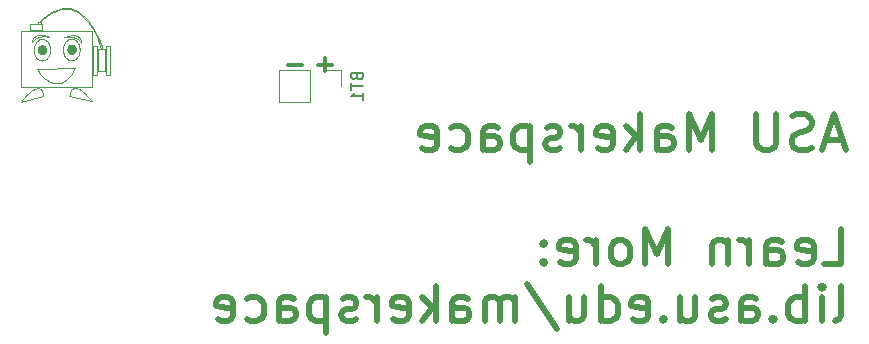
<source format=gbr>
%TF.GenerationSoftware,KiCad,Pcbnew,(6.0.7)*%
%TF.CreationDate,2022-08-03T09:20:52-07:00*%
%TF.ProjectId,PianoKeychain,5069616e-6f4b-4657-9963-6861696e2e6b,rev?*%
%TF.SameCoordinates,Original*%
%TF.FileFunction,Legend,Bot*%
%TF.FilePolarity,Positive*%
%FSLAX46Y46*%
G04 Gerber Fmt 4.6, Leading zero omitted, Abs format (unit mm)*
G04 Created by KiCad (PCBNEW (6.0.7)) date 2022-08-03 09:20:52*
%MOMM*%
%LPD*%
G01*
G04 APERTURE LIST*
%ADD10C,0.050800*%
%ADD11C,0.010000*%
%ADD12C,0.300000*%
%ADD13C,0.500000*%
%ADD14C,0.150000*%
%ADD15C,0.120000*%
G04 APERTURE END LIST*
D10*
X118658474Y-120949704D02*
X118738579Y-120971577D01*
X120110336Y-117396142D02*
X120403442Y-117396142D01*
X120875909Y-117620498D02*
X120792334Y-117372905D01*
X116731573Y-114437519D02*
X116428065Y-114606090D01*
X116406761Y-117399639D02*
X116417772Y-117441995D01*
X115748882Y-116801489D02*
X115784924Y-116802675D01*
X117537336Y-117602366D02*
X117547950Y-117511854D01*
X116013982Y-116570600D02*
X115939035Y-116566989D01*
X115044202Y-116910097D02*
X114989971Y-116960488D01*
X115639963Y-121056581D02*
X115595730Y-121022897D01*
X119972408Y-122079883D02*
X119972408Y-122079883D01*
X114776275Y-116038389D02*
X114776275Y-115561359D01*
X118409132Y-118578455D02*
X118375248Y-118588634D01*
X118111822Y-116521193D02*
X118007090Y-116546878D01*
X120403442Y-117396142D02*
X120403442Y-117396142D01*
X116449259Y-117713072D02*
X116445643Y-117806276D01*
X114816577Y-121224586D02*
X114698582Y-121322011D01*
X115373024Y-119449340D02*
X115459745Y-119573720D01*
X115397050Y-115404629D02*
X115659136Y-115404629D01*
X120403442Y-119822175D02*
X120110336Y-119822175D01*
X115775498Y-116463412D02*
X115873282Y-116481487D01*
X118770326Y-116573904D02*
X118719554Y-116548669D01*
X115939035Y-116566989D02*
X115866400Y-116567714D01*
X117893893Y-116618572D02*
X117971122Y-116610306D01*
X117072289Y-120558470D02*
X117212139Y-120536612D01*
X118602642Y-116509804D02*
X118536026Y-116497151D01*
X118710991Y-116783359D02*
X118798581Y-116838846D01*
X116082724Y-118514632D02*
X116052525Y-118534764D01*
X115957153Y-116842472D02*
X115989696Y-116856804D01*
X114776275Y-115561359D02*
X115752498Y-115561359D01*
X117648828Y-116674470D02*
X117732715Y-116650337D01*
X119159831Y-114844195D02*
X118971440Y-114692410D01*
X116167929Y-118443556D02*
X116140470Y-118468971D01*
X118269214Y-121070750D02*
X118308486Y-121031530D01*
X118234097Y-118607154D02*
X118198056Y-118605968D01*
X115091004Y-118026505D02*
X115079993Y-117984149D01*
X115684424Y-116452457D02*
X115775498Y-116463412D01*
X117653334Y-118205245D02*
X117635116Y-118168259D01*
X115744058Y-121186595D02*
X115713836Y-121139493D01*
X115277965Y-118387843D02*
X115253641Y-118357659D01*
X116428065Y-114606090D02*
X116113677Y-114822663D01*
X119967760Y-120904470D02*
X119967760Y-120904470D01*
X116140470Y-116957173D02*
X116167929Y-116982588D01*
X116175681Y-114842992D02*
X115854207Y-115093280D01*
X115062735Y-117896788D02*
X115056575Y-117851897D01*
X118308486Y-121031530D02*
X118352718Y-120997846D01*
X119337520Y-115011706D02*
X119159831Y-114844195D01*
X115659136Y-115404629D02*
X115659136Y-115556988D01*
X118814861Y-118205245D02*
X118774542Y-118275422D01*
X115300943Y-119335071D02*
X115300943Y-119335071D01*
X121063698Y-119503106D02*
X120512714Y-119503106D01*
X118934474Y-117695570D02*
X118934474Y-117695570D01*
X117672861Y-118240985D02*
X117653334Y-118205245D01*
X116244124Y-117068486D02*
X116267314Y-117100144D01*
X114926412Y-121144399D02*
X114816577Y-121224586D01*
X115445240Y-116891381D02*
X115476264Y-116873126D01*
X116329646Y-117203397D02*
X116347863Y-117240383D01*
X116198361Y-120307536D02*
X116309983Y-120375897D01*
X116021501Y-118553019D02*
X115989696Y-118569341D01*
X115122767Y-121031484D02*
X115028379Y-121080386D01*
X118774542Y-117115719D02*
X118795334Y-117150156D01*
X118270139Y-118605968D02*
X118234097Y-118607154D01*
X116112054Y-118492682D02*
X116082724Y-118514632D01*
X121199965Y-119844741D02*
X121199965Y-119844741D01*
X115855543Y-118614152D02*
X115820492Y-118619949D01*
X118098744Y-121456167D02*
X118121482Y-121362763D01*
X117870927Y-118475181D02*
X117842510Y-118451469D01*
X118920245Y-117879286D02*
X118902987Y-117966647D01*
X120464864Y-116775569D02*
X120286631Y-116394799D01*
X118940901Y-116949803D02*
X118995133Y-117000194D01*
X120403442Y-117396142D02*
X120403442Y-119822175D01*
X116267314Y-117100144D02*
X116289327Y-117133221D01*
X118300680Y-116492163D02*
X118209606Y-116503117D01*
X116441189Y-117574247D02*
X116445643Y-117619868D01*
X119171663Y-114764113D02*
X118976100Y-114609616D01*
X116802433Y-120551217D02*
X116935627Y-120562826D01*
X114292734Y-121728350D02*
X114139194Y-121905363D01*
X115577246Y-119726524D02*
X115723275Y-119895448D01*
X118934474Y-117695570D02*
X118930858Y-117788774D01*
X115056575Y-117851897D02*
X115052121Y-117806276D01*
X113976040Y-122104934D02*
X113976040Y-122104934D01*
X115748882Y-118624656D02*
X115748882Y-118624656D01*
X118927743Y-116702147D02*
X118894763Y-116666967D01*
X115491218Y-120976393D02*
X115430358Y-120965701D01*
X119131871Y-121199536D02*
X119249866Y-121296961D01*
X120403442Y-119822175D02*
X120403442Y-119822175D01*
X115677273Y-116806195D02*
X115712841Y-116802675D01*
X118934474Y-117695570D02*
X118934474Y-117695570D01*
X117866845Y-114265103D02*
X117612982Y-114265115D01*
X115752498Y-115561359D02*
X115752498Y-116038389D01*
X121063698Y-117624537D02*
X121063698Y-119503106D01*
X118234097Y-116783987D02*
X118234097Y-116783987D01*
X116052525Y-116891381D02*
X116082724Y-116911512D01*
X115103544Y-118067901D02*
X115091004Y-118026505D01*
X115607732Y-116820009D02*
X115642222Y-116811993D01*
X116448348Y-117666162D02*
X116449259Y-117713072D01*
X118077486Y-121605436D02*
X118077486Y-121605436D01*
X116426484Y-120435984D02*
X116547580Y-120486258D01*
X115989696Y-118569341D02*
X115957153Y-118583673D01*
X118322418Y-116632441D02*
X118385490Y-116647339D01*
X115752498Y-116038389D02*
X115752498Y-116038389D01*
X118625685Y-116939671D02*
X118653144Y-116965087D01*
X120512714Y-119503106D02*
X120512714Y-119503106D01*
X118567717Y-119298494D02*
X118567717Y-119298494D01*
X116089931Y-116540955D02*
X116209272Y-116583323D01*
X115385711Y-116933462D02*
X115415041Y-116911512D01*
X118653144Y-116965087D02*
X118679602Y-116992149D01*
X118920069Y-121055336D02*
X119022036Y-121119349D01*
X118562307Y-114446957D02*
X118341448Y-114358760D01*
X115890033Y-116820009D02*
X115923918Y-116830188D01*
X118506716Y-118535517D02*
X118474910Y-118551839D01*
X121063698Y-117624537D02*
X121063698Y-117624537D01*
X120700498Y-117375663D02*
X120602661Y-117109819D01*
D11*
G36*
X120689846Y-117627000D02*
G01*
X120689854Y-117627000D01*
X120689862Y-117627001D01*
X120689870Y-117627003D01*
X120689877Y-117627004D01*
X120689885Y-117627007D01*
X120689892Y-117627009D01*
X120689906Y-117627015D01*
X120689913Y-117627019D01*
X120689920Y-117627022D01*
X120689926Y-117627026D01*
X120689950Y-117627046D01*
X120689955Y-117627051D01*
X120689965Y-117627063D01*
X120689969Y-117627069D01*
X120689973Y-117627076D01*
X120689977Y-117627082D01*
X120689981Y-117627089D01*
X120689987Y-117627103D01*
X120689989Y-117627110D01*
X120689993Y-117627126D01*
X120689995Y-117627133D01*
X120689996Y-117627141D01*
X120689996Y-117627173D01*
X120689995Y-117627181D01*
X120689991Y-117627197D01*
X120689989Y-117627204D01*
X120689987Y-117627212D01*
X120689981Y-117627226D01*
X120689977Y-117627233D01*
X120689973Y-117627239D01*
X120689969Y-117627246D01*
X120689965Y-117627252D01*
X120689960Y-117627258D01*
X120689955Y-117627263D01*
X120689950Y-117627269D01*
X120689932Y-117627284D01*
X120689920Y-117627292D01*
X120689906Y-117627300D01*
X120689892Y-117627306D01*
X120689885Y-117627308D01*
X120689877Y-117627310D01*
X120689870Y-117627312D01*
X120689846Y-117627315D01*
X120689830Y-117627315D01*
X120689806Y-117627312D01*
X120689798Y-117627310D01*
X120689791Y-117627308D01*
X120689783Y-117627306D01*
X120689769Y-117627300D01*
X120689762Y-117627296D01*
X120689756Y-117627292D01*
X120689749Y-117627288D01*
X120689743Y-117627284D01*
X120689731Y-117627274D01*
X120689715Y-117627258D01*
X120689711Y-117627252D01*
X120689706Y-117627246D01*
X120689702Y-117627239D01*
X120689698Y-117627233D01*
X120689689Y-117627212D01*
X120689686Y-117627204D01*
X120689684Y-117627197D01*
X120689682Y-117627189D01*
X120689679Y-117627165D01*
X120689679Y-117627149D01*
X120689681Y-117627133D01*
X120689682Y-117627126D01*
X120689686Y-117627110D01*
X120689698Y-117627082D01*
X120689702Y-117627076D01*
X120689706Y-117627069D01*
X120689711Y-117627063D01*
X120689715Y-117627057D01*
X120689720Y-117627051D01*
X120689726Y-117627046D01*
X120689731Y-117627041D01*
X120689749Y-117627026D01*
X120689756Y-117627022D01*
X120689762Y-117627019D01*
X120689769Y-117627015D01*
X120689783Y-117627009D01*
X120689791Y-117627007D01*
X120689798Y-117627004D01*
X120689806Y-117627003D01*
X120689814Y-117627001D01*
X120689822Y-117627000D01*
X120689830Y-117627000D01*
X120689838Y-117626999D01*
X120689846Y-117627000D01*
G37*
X120689846Y-117627000D02*
X120689854Y-117627000D01*
X120689862Y-117627001D01*
X120689870Y-117627003D01*
X120689877Y-117627004D01*
X120689885Y-117627007D01*
X120689892Y-117627009D01*
X120689906Y-117627015D01*
X120689913Y-117627019D01*
X120689920Y-117627022D01*
X120689926Y-117627026D01*
X120689950Y-117627046D01*
X120689955Y-117627051D01*
X120689965Y-117627063D01*
X120689969Y-117627069D01*
X120689973Y-117627076D01*
X120689977Y-117627082D01*
X120689981Y-117627089D01*
X120689987Y-117627103D01*
X120689989Y-117627110D01*
X120689993Y-117627126D01*
X120689995Y-117627133D01*
X120689996Y-117627141D01*
X120689996Y-117627173D01*
X120689995Y-117627181D01*
X120689991Y-117627197D01*
X120689989Y-117627204D01*
X120689987Y-117627212D01*
X120689981Y-117627226D01*
X120689977Y-117627233D01*
X120689973Y-117627239D01*
X120689969Y-117627246D01*
X120689965Y-117627252D01*
X120689960Y-117627258D01*
X120689955Y-117627263D01*
X120689950Y-117627269D01*
X120689932Y-117627284D01*
X120689920Y-117627292D01*
X120689906Y-117627300D01*
X120689892Y-117627306D01*
X120689885Y-117627308D01*
X120689877Y-117627310D01*
X120689870Y-117627312D01*
X120689846Y-117627315D01*
X120689830Y-117627315D01*
X120689806Y-117627312D01*
X120689798Y-117627310D01*
X120689791Y-117627308D01*
X120689783Y-117627306D01*
X120689769Y-117627300D01*
X120689762Y-117627296D01*
X120689756Y-117627292D01*
X120689749Y-117627288D01*
X120689743Y-117627284D01*
X120689731Y-117627274D01*
X120689715Y-117627258D01*
X120689711Y-117627252D01*
X120689706Y-117627246D01*
X120689702Y-117627239D01*
X120689698Y-117627233D01*
X120689689Y-117627212D01*
X120689686Y-117627204D01*
X120689684Y-117627197D01*
X120689682Y-117627189D01*
X120689679Y-117627165D01*
X120689679Y-117627149D01*
X120689681Y-117627133D01*
X120689682Y-117627126D01*
X120689686Y-117627110D01*
X120689698Y-117627082D01*
X120689702Y-117627076D01*
X120689706Y-117627069D01*
X120689711Y-117627063D01*
X120689715Y-117627057D01*
X120689720Y-117627051D01*
X120689726Y-117627046D01*
X120689731Y-117627041D01*
X120689749Y-117627026D01*
X120689756Y-117627022D01*
X120689762Y-117627019D01*
X120689769Y-117627015D01*
X120689783Y-117627009D01*
X120689791Y-117627007D01*
X120689798Y-117627004D01*
X120689806Y-117627003D01*
X120689814Y-117627001D01*
X120689822Y-117627000D01*
X120689830Y-117627000D01*
X120689838Y-117626999D01*
X120689846Y-117627000D01*
D10*
X116194387Y-117009650D02*
X116219800Y-117038302D01*
X115459745Y-119573720D02*
X115577246Y-119726524D01*
X115849704Y-121481218D02*
X115826967Y-121387814D01*
X119806957Y-115581233D02*
X119661023Y-115382960D01*
X119023512Y-116850654D02*
X119004516Y-116813335D01*
X115002723Y-116736114D02*
X115028235Y-116698888D01*
X117647993Y-120350641D02*
X117797773Y-120243392D01*
X119079741Y-117017210D02*
X119064047Y-116956547D01*
X120602661Y-117109819D02*
X120464864Y-116775569D01*
X118518091Y-120940651D02*
X118585075Y-120939750D01*
X115048505Y-117713072D02*
X115052121Y-117619868D01*
X118127437Y-118596650D02*
X118092947Y-118588634D01*
X115303377Y-117009650D02*
X115329835Y-116982588D01*
X116364728Y-118147587D02*
X116329646Y-118222747D01*
X118162488Y-116788694D02*
X118198056Y-116785173D01*
X119088593Y-117065374D02*
X119079741Y-117017210D01*
X115052121Y-117619868D02*
X115062735Y-117529356D01*
X116935627Y-120562826D02*
X117072289Y-120558470D01*
X120120724Y-115940068D02*
X119846994Y-115519685D01*
X117797773Y-120243392D02*
X117949332Y-120110950D01*
X118121482Y-121362763D02*
X118155922Y-121261719D01*
X117635116Y-118168259D02*
X117618252Y-118130085D01*
X116052525Y-118534764D02*
X116021501Y-118553019D01*
X115321366Y-116487434D02*
X115382462Y-116470099D01*
X117576968Y-114191282D02*
X117306008Y-114232969D01*
X118256659Y-119764336D02*
X118411862Y-119547088D01*
X114945497Y-116847582D02*
X114961592Y-116810948D01*
X118234612Y-121114443D02*
X118269214Y-121070750D01*
X114905363Y-116977504D02*
X114921057Y-116916841D01*
X115415041Y-118514632D02*
X115385711Y-118492682D01*
X117500272Y-120434235D02*
X117647993Y-120350641D01*
X118971440Y-114692410D02*
X118772285Y-114559085D01*
X118341448Y-114358760D02*
X118109647Y-114297230D01*
X115476264Y-116873126D02*
X115508069Y-116856804D01*
X115642222Y-118614152D02*
X115607732Y-118606136D01*
X119093389Y-117108589D02*
X119088593Y-117065374D01*
X118085383Y-121533421D02*
X118098744Y-121456167D01*
X115133037Y-118147587D02*
X115117570Y-118108281D01*
X115028235Y-116698888D02*
X115057361Y-116662441D01*
X117541790Y-117834395D02*
X117537336Y-117788774D01*
X120792334Y-117372905D02*
X120687677Y-117097659D01*
X117788593Y-116992149D02*
X117815051Y-116965087D01*
X118920245Y-117511854D02*
X118926404Y-117556745D01*
X117715666Y-118308498D02*
X117693653Y-118275422D01*
X115415041Y-116911512D02*
X115445240Y-116891381D01*
X118046069Y-116606694D02*
X118118703Y-116607419D01*
X114980588Y-116773630D02*
X115002723Y-116736114D01*
X118729339Y-118340157D02*
X118679602Y-118398992D01*
X116394220Y-118067901D02*
X116364728Y-118147587D01*
X115788393Y-115090091D02*
X115452197Y-115411229D01*
X115230451Y-118326000D02*
X115208437Y-118292924D01*
X120286631Y-116394799D02*
X120067488Y-115989392D01*
X117775832Y-116623029D02*
X117648828Y-116674470D01*
X118930858Y-117602366D02*
X118933563Y-117648660D01*
X119249866Y-121296961D02*
X119376310Y-121412687D01*
X120512714Y-119503106D02*
X120512714Y-117624537D01*
X118077486Y-121605436D02*
X118085383Y-121533421D01*
X116547580Y-120486258D02*
X116672990Y-120525182D01*
X119093389Y-117108589D02*
X119093389Y-117108589D01*
X115659136Y-115556988D02*
X115397050Y-115556988D01*
X116194387Y-118416494D02*
X116167929Y-118443556D01*
X118457230Y-120951343D02*
X118518091Y-120940651D01*
X116021501Y-116873126D02*
X116052525Y-116891381D01*
X116417772Y-117441995D02*
X116427210Y-117485253D01*
X115607732Y-118606136D02*
X115573847Y-118595957D01*
X118849943Y-117261056D02*
X118865409Y-117300361D01*
X117306008Y-114232969D02*
X117024215Y-114314097D01*
X115826967Y-121387814D02*
X115792527Y-121286769D01*
X113990415Y-116137105D02*
X119967760Y-116137105D01*
X114436951Y-121572829D02*
X114292734Y-121728350D01*
X117533720Y-117695570D02*
X117537336Y-117602366D01*
X115728195Y-116580904D02*
X115662686Y-116592735D01*
X115863065Y-121558471D02*
X115849704Y-121481218D01*
X119661023Y-115382960D02*
X119504564Y-115192206D01*
X115430358Y-120965701D02*
X115363373Y-120964800D01*
X118902987Y-117966647D02*
X118879435Y-118050399D01*
X121493071Y-119844741D02*
X121199965Y-119844741D01*
X118162488Y-118602447D02*
X118127437Y-118596650D01*
X119967760Y-120904470D02*
X113990415Y-120904470D01*
X116380195Y-117317863D02*
X116394220Y-117358243D01*
X118653144Y-118426054D02*
X118625685Y-118451469D01*
X115659136Y-115556988D02*
X115659136Y-115556988D01*
X118204390Y-121161545D02*
X118234612Y-121114443D01*
X115253641Y-117068486D02*
X115303377Y-117009650D01*
X119376310Y-121412687D02*
X119511496Y-121547779D01*
X117602785Y-118090779D02*
X117588760Y-118050399D01*
X118865409Y-117300361D02*
X118879435Y-117340741D01*
X115382462Y-116470099D02*
X115449078Y-116457446D01*
X115508069Y-118569341D02*
X115476264Y-118553019D01*
X115595730Y-121022897D02*
X115546245Y-120995813D01*
X115329835Y-116982588D02*
X115357295Y-116957173D01*
X117971122Y-116610306D02*
X118046069Y-116606694D01*
X115303377Y-118416494D02*
X115277965Y-118387843D01*
X116336276Y-116634765D02*
X116336276Y-116634765D01*
X118234097Y-118607154D02*
X118234097Y-118607154D01*
X118411862Y-119547088D02*
X118567717Y-119298494D01*
X115957153Y-118583673D02*
X115923918Y-118595957D01*
X117837110Y-114186182D02*
X117576968Y-114191282D01*
X117618252Y-117261056D02*
X117653334Y-117185896D01*
X120778197Y-117614600D02*
X120700498Y-117375663D01*
X116082724Y-116911512D02*
X116112054Y-116933462D01*
X119967760Y-116137105D02*
X119967760Y-120904470D01*
X118729339Y-117050984D02*
X118752529Y-117082642D01*
X116091898Y-120232439D02*
X116198361Y-120307536D01*
X119530682Y-115120090D02*
X119356519Y-114935223D01*
X118474910Y-116839302D02*
X118506716Y-116855624D01*
X116309983Y-120375897D02*
X116426484Y-120435984D01*
X113990415Y-120904470D02*
X113990415Y-116137105D01*
X117071838Y-114372495D02*
X116784437Y-114485335D01*
X118209606Y-116503117D02*
X118111822Y-116521193D01*
X117612982Y-114265115D02*
X117348000Y-114300000D01*
X116417772Y-117984149D02*
X116394220Y-118067901D01*
X118894763Y-116666967D02*
X118857693Y-116633541D01*
X115539011Y-116625281D02*
X115480907Y-116645361D01*
X116113677Y-114822663D02*
X115788393Y-115090091D01*
X118506716Y-116855624D02*
X118537740Y-116873879D01*
X118198056Y-118605968D02*
X118162488Y-118602447D01*
X115208437Y-117133221D02*
X115253641Y-117068486D01*
X118816293Y-116602357D02*
X118770326Y-116573904D01*
X118375248Y-116802507D02*
X118409132Y-116812686D01*
X115796110Y-116572458D02*
X115728195Y-116580904D01*
X115480907Y-116645361D02*
X115372323Y-116691547D01*
X118825681Y-121006434D02*
X118920069Y-121055336D01*
X119511496Y-121547779D02*
X119655714Y-121703299D01*
X116112054Y-116933462D02*
X116140470Y-116957173D01*
X116394220Y-117358243D02*
X116406761Y-117399639D01*
X116449259Y-117713072D02*
X116449259Y-117713072D01*
X118537740Y-118517262D02*
X118506716Y-118535517D01*
X118463652Y-116489668D02*
X118385283Y-116487843D01*
X117537336Y-117788774D02*
X117534632Y-117742480D01*
X117576219Y-118009003D02*
X117565208Y-117966647D01*
X114776275Y-116038389D02*
X114776275Y-116038389D01*
X115397050Y-115556988D02*
X115397050Y-115556988D01*
X120687677Y-117097659D02*
X120540940Y-116751884D01*
X118025827Y-118566171D02*
X117993284Y-118551839D01*
X118738579Y-120971577D02*
X118825681Y-121006434D01*
X118567717Y-119298494D02*
X115300943Y-119335071D01*
X118912425Y-117467751D02*
X118920245Y-117511854D01*
X117895173Y-116580661D02*
X117775832Y-116623029D01*
X115357295Y-116957173D02*
X115385711Y-116933462D01*
X116329646Y-118222747D02*
X116289327Y-118292924D01*
X116091210Y-116578867D02*
X116013982Y-116570600D01*
X117547950Y-117511854D02*
X117565208Y-117424493D01*
X117588760Y-117340741D02*
X117618252Y-117261056D01*
X116445643Y-117619868D02*
X116448348Y-117666162D01*
X115028379Y-121080386D02*
X114926412Y-121144399D01*
X119972408Y-122079883D02*
X118077486Y-121605436D01*
X119022036Y-121119349D02*
X119131871Y-121199536D01*
X115599821Y-116448137D02*
X115684424Y-116452457D01*
X118402203Y-120970763D02*
X118457230Y-120951343D01*
X118772285Y-114559085D02*
X118562307Y-114446957D01*
X113990415Y-120904470D02*
X113990415Y-120904470D01*
X115168119Y-117203397D02*
X115208437Y-117133221D01*
X117648828Y-116674470D02*
X117648828Y-116674470D01*
X115784924Y-116802675D02*
X115820492Y-116806195D01*
X119809254Y-121880313D02*
X119972408Y-122079883D01*
X116140470Y-118468971D02*
X116112054Y-118492682D01*
X119356519Y-114935223D02*
X119171663Y-114764113D01*
X118769812Y-114474584D02*
X118552785Y-114361871D01*
X118188994Y-116612164D02*
X118256909Y-116620610D01*
X115752498Y-115561359D02*
X115752498Y-115561359D01*
X118305707Y-118602447D02*
X118270139Y-118605968D01*
X116347863Y-117240383D02*
X116364728Y-117278558D01*
X119972408Y-122079883D02*
X119972408Y-122079883D01*
X118059062Y-118578455D02*
X118025827Y-118566171D01*
X118891976Y-117382137D02*
X118902987Y-117424493D01*
X116784437Y-114485335D02*
X116485738Y-114641255D01*
X118567938Y-118497130D02*
X118537740Y-118517262D01*
X114989971Y-116960488D02*
X114916611Y-117038399D01*
X115289974Y-120974754D02*
X115209869Y-120996628D01*
X114891715Y-117068883D02*
X114896511Y-117025668D01*
X115854207Y-115093280D02*
X115521256Y-115394855D01*
X117693653Y-117115719D02*
X117738856Y-117050984D01*
X115677273Y-118619949D02*
X115642222Y-118614152D01*
X118567717Y-119298494D02*
X118567717Y-119298494D01*
X114698582Y-121322011D02*
X114572137Y-121437737D01*
X115748882Y-118624656D02*
X115712841Y-118623470D01*
X115573847Y-118595957D02*
X115540612Y-118583673D01*
X117814414Y-116631810D02*
X117893893Y-116618572D01*
X118092947Y-116802507D02*
X118127437Y-116794491D01*
X117653334Y-117185896D02*
X117693653Y-117115719D01*
X115890033Y-118606136D02*
X115855543Y-118614152D01*
X121493071Y-117418708D02*
X121493071Y-117418708D01*
X116244124Y-118357659D02*
X116194387Y-118416494D01*
X118305707Y-116788694D02*
X118340758Y-116794491D01*
X118155922Y-121261719D02*
X118178257Y-121210991D01*
X115662686Y-116592735D02*
X115599614Y-116607633D01*
X115329835Y-118443556D02*
X115303377Y-118416494D01*
X115508069Y-116856804D02*
X115540612Y-116842472D01*
X119846994Y-115519685D02*
X119694169Y-115315862D01*
X115923918Y-118595957D02*
X115890033Y-118606136D01*
X115397050Y-115556988D02*
X115397050Y-115404629D01*
X118567938Y-116894010D02*
X118597268Y-116915960D01*
X115820492Y-118619949D02*
X115784924Y-118623470D01*
X115792527Y-121286769D02*
X115770191Y-121236042D01*
X118256909Y-116620610D02*
X118322418Y-116632441D01*
X118086449Y-114214816D02*
X117837110Y-114186182D01*
X121493071Y-117418708D02*
X121493071Y-119844741D01*
X115052121Y-117806276D02*
X115049417Y-117759982D01*
X115274112Y-116743654D02*
X115186522Y-116799141D01*
X116289327Y-118292924D02*
X116244124Y-118357659D01*
X115712841Y-116802675D02*
X115748882Y-116801489D01*
X115253641Y-118357659D02*
X115230451Y-118326000D01*
X118442368Y-118566171D02*
X118409132Y-118578455D01*
X121199965Y-119844741D02*
X121199965Y-117418708D01*
X115820492Y-116806195D02*
X115855543Y-116811993D01*
X121063698Y-119503106D02*
X121063698Y-119503106D01*
X116336276Y-116634765D02*
X116252389Y-116610631D01*
X118857693Y-116633541D02*
X118816293Y-116602357D01*
X117565208Y-117966647D02*
X117555770Y-117923389D01*
X118612780Y-116731253D02*
X118710991Y-116783359D01*
X118774542Y-118275422D02*
X118729339Y-118340157D01*
X113976040Y-122104934D02*
X115870963Y-121630486D01*
X115057361Y-116662441D02*
X115090341Y-116627261D01*
X117738856Y-118340157D02*
X117715666Y-118308498D01*
X115752498Y-116038389D02*
X114776275Y-116038389D01*
X117534632Y-117742480D02*
X117533720Y-117695570D01*
X116445643Y-117806276D02*
X116435030Y-117896788D01*
X118625685Y-118451469D02*
X118597268Y-118475181D01*
X120351998Y-116358411D02*
X120120724Y-115940068D01*
X115214778Y-116534198D02*
X115265550Y-116508963D01*
X118705015Y-117020800D02*
X118729339Y-117050984D01*
X120512714Y-117624537D02*
X121063698Y-117624537D01*
X114139194Y-121905363D02*
X113976040Y-122104934D01*
X116364728Y-117278558D02*
X116380195Y-117317863D01*
X115186522Y-116799141D02*
X115109802Y-116855468D01*
X117900256Y-118497130D02*
X117870927Y-118475181D01*
X117024215Y-114314097D02*
X116731573Y-114437519D01*
X117961479Y-116855624D02*
X117993284Y-116839302D01*
X115540612Y-118583673D02*
X115508069Y-118569341D01*
X114921057Y-116916841D02*
X114945497Y-116847582D01*
X118340758Y-118596650D02*
X118305707Y-118602447D01*
X118902987Y-117424493D02*
X118912425Y-117467751D01*
X118679602Y-118398992D02*
X118653144Y-118426054D01*
X117618252Y-118130085D02*
X117602785Y-118090779D01*
X115357295Y-118468971D02*
X115329835Y-118443556D01*
X118814861Y-117185896D02*
X118833078Y-117222881D01*
X115385711Y-118492682D02*
X115357295Y-118468971D01*
X118933563Y-117648660D02*
X118934474Y-117695570D01*
X118102388Y-119951778D02*
X118256659Y-119764336D01*
X115049417Y-117759982D02*
X115048505Y-117713072D01*
X115363373Y-120964800D02*
X115289974Y-120974754D01*
X118585075Y-120939750D02*
X118658474Y-120949704D01*
X118798581Y-116838846D02*
X118875301Y-116895174D01*
X117533720Y-117695570D02*
X117533720Y-117695570D01*
X116219800Y-117038302D02*
X116244124Y-117068486D01*
X118663739Y-116527139D02*
X118602642Y-116509804D01*
X117555770Y-117923389D02*
X117547950Y-117879286D01*
X116167929Y-116982588D02*
X116194387Y-117009650D01*
X113976040Y-122104934D02*
X113976040Y-122104934D01*
X115070555Y-117940891D02*
X115062735Y-117896788D01*
X115079993Y-117984149D02*
X115070555Y-117940891D01*
X115659136Y-115404629D02*
X115659136Y-115404629D01*
X117732715Y-116650337D02*
X117814414Y-116631810D01*
X117815051Y-118426054D02*
X117788593Y-118398992D01*
X115372323Y-116691547D02*
X115274112Y-116743654D01*
X118956869Y-116738594D02*
X118927743Y-116702147D01*
X116449259Y-117713072D02*
X116449259Y-117713072D01*
X121199965Y-117418708D02*
X121493071Y-117418708D01*
X118059062Y-116812686D02*
X118092947Y-116802507D01*
X115712841Y-118623470D02*
X115677273Y-118619949D01*
X120110336Y-119822175D02*
X120110336Y-117396142D01*
X118178257Y-121210991D02*
X118204390Y-121161545D01*
X115168119Y-118222747D02*
X115149901Y-118185761D01*
X115679234Y-121095801D02*
X115639963Y-121056581D01*
X115109802Y-116855468D02*
X115044202Y-116910097D01*
X115445240Y-118534764D02*
X115415041Y-118514632D01*
X116435030Y-117529356D02*
X116441189Y-117574247D01*
X115978014Y-116507172D02*
X116089931Y-116540955D01*
X116209272Y-116583323D02*
X116336276Y-116634765D01*
X119004516Y-116813335D02*
X118982381Y-116775819D01*
X115642222Y-116811993D02*
X115677273Y-116806195D01*
X116435030Y-117896788D02*
X116417772Y-117984149D01*
X118109647Y-114297230D02*
X117866845Y-114265103D01*
X115723275Y-119895448D02*
X115895577Y-120068188D01*
X118795334Y-117150156D02*
X118814861Y-117185896D01*
X120110336Y-119822175D02*
X120110336Y-119822175D01*
X118118703Y-116607419D02*
X118188994Y-116612164D01*
X118270139Y-116785173D02*
X118305707Y-116788694D01*
X115062735Y-117529356D02*
X115079993Y-117441995D01*
X117993284Y-118551839D02*
X117961479Y-118535517D01*
X118442368Y-116824970D02*
X118474910Y-116839302D01*
X118385490Y-116647339D02*
X118446093Y-116664986D01*
X117993284Y-116839302D02*
X118025827Y-116824970D01*
X121493071Y-119844741D02*
X121493071Y-119844741D01*
X115989696Y-116856804D02*
X116021501Y-116873126D01*
X118976100Y-114609616D02*
X118769812Y-114474584D01*
X118552785Y-114361871D02*
X118325003Y-114274330D01*
X115103544Y-117358243D02*
X115133037Y-117278558D01*
X119068493Y-117078104D02*
X119093389Y-117108589D01*
X118719554Y-116548669D02*
X118663739Y-116527139D01*
X114891715Y-117068883D02*
X114891715Y-117068883D01*
X118375248Y-118588634D02*
X118340758Y-118596650D01*
X115208437Y-118292924D02*
X115187645Y-118258487D01*
X114916611Y-117038399D02*
X114891715Y-117068883D01*
X117949332Y-120110950D02*
X118102388Y-119951778D01*
X116427210Y-117485253D02*
X116435030Y-117529356D01*
X115990876Y-120152143D02*
X116091898Y-120232439D01*
X117842510Y-118451469D02*
X117815051Y-118426054D01*
X118879435Y-118050399D02*
X118849943Y-118130085D01*
X117930455Y-118517262D02*
X117900256Y-118497130D01*
X118833078Y-117222881D02*
X118849943Y-117261056D01*
D11*
G36*
X115449623Y-117512197D02*
G01*
X115458736Y-117496884D01*
X115468503Y-117482086D01*
X115478904Y-117467827D01*
X115489915Y-117454132D01*
X115501515Y-117441024D01*
X115513682Y-117428527D01*
X115526393Y-117416664D01*
X115539628Y-117405459D01*
X115553363Y-117394936D01*
X115567577Y-117385118D01*
X115582248Y-117376030D01*
X115597354Y-117367695D01*
X115612872Y-117360136D01*
X115628781Y-117353378D01*
X115645059Y-117347444D01*
X115661684Y-117342358D01*
X115678633Y-117338144D01*
X115695885Y-117334824D01*
X115713418Y-117332424D01*
X115731209Y-117330966D01*
X115749237Y-117330475D01*
X115767265Y-117330966D01*
X115785057Y-117332424D01*
X115802589Y-117334824D01*
X115819841Y-117338144D01*
X115836791Y-117342358D01*
X115853415Y-117347444D01*
X115869693Y-117353378D01*
X115885602Y-117360136D01*
X115901121Y-117367695D01*
X115916226Y-117376030D01*
X115930897Y-117385118D01*
X115945111Y-117394936D01*
X115958847Y-117405459D01*
X115972081Y-117416664D01*
X115984793Y-117428527D01*
X115996960Y-117441024D01*
X116008560Y-117454132D01*
X116019571Y-117467827D01*
X116029971Y-117482086D01*
X116039738Y-117496884D01*
X116048851Y-117512197D01*
X116057286Y-117528003D01*
X116065023Y-117544278D01*
X116072039Y-117560997D01*
X116078312Y-117578137D01*
X116083819Y-117595674D01*
X116088540Y-117613585D01*
X116092452Y-117631846D01*
X116095533Y-117650432D01*
X116097761Y-117669321D01*
X116099114Y-117688489D01*
X116099570Y-117707912D01*
X116099114Y-117727335D01*
X116097761Y-117746503D01*
X116095533Y-117765392D01*
X116092452Y-117783979D01*
X116088540Y-117802240D01*
X116083819Y-117820150D01*
X116078312Y-117837688D01*
X116072039Y-117854828D01*
X116065023Y-117871547D01*
X116057286Y-117887821D01*
X116048851Y-117903627D01*
X116039738Y-117918941D01*
X116029971Y-117933739D01*
X116019571Y-117947997D01*
X116008560Y-117961692D01*
X115996960Y-117974800D01*
X115984793Y-117987298D01*
X115972081Y-117999161D01*
X115958847Y-118010366D01*
X115945111Y-118020889D01*
X115930897Y-118030706D01*
X115916226Y-118039794D01*
X115901121Y-118048130D01*
X115885602Y-118055688D01*
X115869693Y-118062446D01*
X115853415Y-118068380D01*
X115836791Y-118073466D01*
X115819841Y-118077681D01*
X115802589Y-118081000D01*
X115785057Y-118083400D01*
X115767265Y-118084858D01*
X115749237Y-118085349D01*
X115731209Y-118084858D01*
X115713418Y-118083400D01*
X115695885Y-118081000D01*
X115678633Y-118077681D01*
X115661684Y-118073466D01*
X115645059Y-118068380D01*
X115628781Y-118062446D01*
X115612872Y-118055688D01*
X115597354Y-118048130D01*
X115582248Y-118039794D01*
X115567577Y-118030706D01*
X115553363Y-118020889D01*
X115539628Y-118010366D01*
X115526393Y-117999161D01*
X115513682Y-117987298D01*
X115501515Y-117974800D01*
X115489915Y-117961692D01*
X115478904Y-117947997D01*
X115468503Y-117933739D01*
X115458736Y-117918941D01*
X115449623Y-117903627D01*
X115441188Y-117887821D01*
X115433451Y-117871547D01*
X115426435Y-117854828D01*
X115420163Y-117837688D01*
X115414655Y-117820150D01*
X115409934Y-117802240D01*
X115406022Y-117783979D01*
X115402941Y-117765392D01*
X115400713Y-117746503D01*
X115399360Y-117727335D01*
X115398904Y-117707912D01*
X115399360Y-117688489D01*
X115400713Y-117669321D01*
X115402941Y-117650432D01*
X115406022Y-117631846D01*
X115409934Y-117613585D01*
X115414655Y-117595674D01*
X115420163Y-117578137D01*
X115426435Y-117560997D01*
X115433451Y-117544278D01*
X115437088Y-117536628D01*
X115884304Y-117536628D01*
X115884408Y-117541007D01*
X115884717Y-117545329D01*
X115885226Y-117549589D01*
X115885929Y-117553780D01*
X115886822Y-117557897D01*
X115887900Y-117561936D01*
X115889157Y-117565890D01*
X115890589Y-117569755D01*
X115892191Y-117573525D01*
X115893957Y-117577195D01*
X115895883Y-117580759D01*
X115897964Y-117584212D01*
X115900193Y-117587548D01*
X115902568Y-117590763D01*
X115905082Y-117593852D01*
X115907730Y-117596807D01*
X115910508Y-117599625D01*
X115913410Y-117602300D01*
X115916431Y-117604827D01*
X115919567Y-117607200D01*
X115922812Y-117609413D01*
X115926161Y-117611462D01*
X115929610Y-117613342D01*
X115933153Y-117615046D01*
X115936785Y-117616570D01*
X115940501Y-117617908D01*
X115944297Y-117619055D01*
X115948166Y-117620005D01*
X115952105Y-117620754D01*
X115956108Y-117621295D01*
X115960170Y-117621624D01*
X115964285Y-117621734D01*
X115968401Y-117621624D01*
X115972463Y-117621295D01*
X115976466Y-117620754D01*
X115980404Y-117620005D01*
X115984274Y-117619055D01*
X115988069Y-117617908D01*
X115991786Y-117616570D01*
X115995418Y-117615046D01*
X115998961Y-117613342D01*
X116002409Y-117611462D01*
X116005759Y-117609413D01*
X116009004Y-117607200D01*
X116012140Y-117604827D01*
X116015161Y-117602300D01*
X116018063Y-117599625D01*
X116020841Y-117596807D01*
X116023489Y-117593852D01*
X116026003Y-117590763D01*
X116028377Y-117587548D01*
X116030607Y-117584212D01*
X116032687Y-117580759D01*
X116034613Y-117577195D01*
X116036380Y-117573525D01*
X116037981Y-117569755D01*
X116039413Y-117565890D01*
X116040671Y-117561936D01*
X116041749Y-117557897D01*
X116042642Y-117553780D01*
X116043345Y-117549589D01*
X116043854Y-117545329D01*
X116044163Y-117541007D01*
X116044267Y-117536628D01*
X116044163Y-117532248D01*
X116043854Y-117527926D01*
X116043345Y-117523667D01*
X116042642Y-117519476D01*
X116041749Y-117515358D01*
X116040671Y-117511320D01*
X116039413Y-117507365D01*
X116037981Y-117503500D01*
X116036380Y-117499730D01*
X116034613Y-117496061D01*
X116032687Y-117492497D01*
X116030607Y-117489044D01*
X116028377Y-117485707D01*
X116026003Y-117482492D01*
X116023489Y-117479404D01*
X116020841Y-117476448D01*
X116018063Y-117473630D01*
X116015161Y-117470955D01*
X116012140Y-117468429D01*
X116009004Y-117466056D01*
X116005759Y-117463842D01*
X116002409Y-117461793D01*
X115998961Y-117459913D01*
X115995418Y-117458209D01*
X115991786Y-117456685D01*
X115988069Y-117455347D01*
X115984274Y-117454200D01*
X115980404Y-117453250D01*
X115976466Y-117452502D01*
X115972463Y-117451960D01*
X115968401Y-117451632D01*
X115964285Y-117451521D01*
X115960170Y-117451632D01*
X115956108Y-117451960D01*
X115952105Y-117452502D01*
X115948166Y-117453250D01*
X115944297Y-117454200D01*
X115940501Y-117455347D01*
X115936785Y-117456685D01*
X115933153Y-117458209D01*
X115929610Y-117459913D01*
X115926161Y-117461793D01*
X115922812Y-117463842D01*
X115919567Y-117466056D01*
X115916431Y-117468429D01*
X115913410Y-117470955D01*
X115910508Y-117473630D01*
X115907730Y-117476448D01*
X115905082Y-117479404D01*
X115902568Y-117482492D01*
X115900193Y-117485707D01*
X115897964Y-117489044D01*
X115895883Y-117492497D01*
X115893957Y-117496061D01*
X115892191Y-117499730D01*
X115890589Y-117503500D01*
X115889157Y-117507365D01*
X115887900Y-117511320D01*
X115886822Y-117515358D01*
X115885929Y-117519476D01*
X115885226Y-117523667D01*
X115884717Y-117527926D01*
X115884408Y-117532248D01*
X115884304Y-117536628D01*
X115437088Y-117536628D01*
X115441188Y-117528003D01*
X115449623Y-117512197D01*
G37*
X115449623Y-117512197D02*
X115458736Y-117496884D01*
X115468503Y-117482086D01*
X115478904Y-117467827D01*
X115489915Y-117454132D01*
X115501515Y-117441024D01*
X115513682Y-117428527D01*
X115526393Y-117416664D01*
X115539628Y-117405459D01*
X115553363Y-117394936D01*
X115567577Y-117385118D01*
X115582248Y-117376030D01*
X115597354Y-117367695D01*
X115612872Y-117360136D01*
X115628781Y-117353378D01*
X115645059Y-117347444D01*
X115661684Y-117342358D01*
X115678633Y-117338144D01*
X115695885Y-117334824D01*
X115713418Y-117332424D01*
X115731209Y-117330966D01*
X115749237Y-117330475D01*
X115767265Y-117330966D01*
X115785057Y-117332424D01*
X115802589Y-117334824D01*
X115819841Y-117338144D01*
X115836791Y-117342358D01*
X115853415Y-117347444D01*
X115869693Y-117353378D01*
X115885602Y-117360136D01*
X115901121Y-117367695D01*
X115916226Y-117376030D01*
X115930897Y-117385118D01*
X115945111Y-117394936D01*
X115958847Y-117405459D01*
X115972081Y-117416664D01*
X115984793Y-117428527D01*
X115996960Y-117441024D01*
X116008560Y-117454132D01*
X116019571Y-117467827D01*
X116029971Y-117482086D01*
X116039738Y-117496884D01*
X116048851Y-117512197D01*
X116057286Y-117528003D01*
X116065023Y-117544278D01*
X116072039Y-117560997D01*
X116078312Y-117578137D01*
X116083819Y-117595674D01*
X116088540Y-117613585D01*
X116092452Y-117631846D01*
X116095533Y-117650432D01*
X116097761Y-117669321D01*
X116099114Y-117688489D01*
X116099570Y-117707912D01*
X116099114Y-117727335D01*
X116097761Y-117746503D01*
X116095533Y-117765392D01*
X116092452Y-117783979D01*
X116088540Y-117802240D01*
X116083819Y-117820150D01*
X116078312Y-117837688D01*
X116072039Y-117854828D01*
X116065023Y-117871547D01*
X116057286Y-117887821D01*
X116048851Y-117903627D01*
X116039738Y-117918941D01*
X116029971Y-117933739D01*
X116019571Y-117947997D01*
X116008560Y-117961692D01*
X115996960Y-117974800D01*
X115984793Y-117987298D01*
X115972081Y-117999161D01*
X115958847Y-118010366D01*
X115945111Y-118020889D01*
X115930897Y-118030706D01*
X115916226Y-118039794D01*
X115901121Y-118048130D01*
X115885602Y-118055688D01*
X115869693Y-118062446D01*
X115853415Y-118068380D01*
X115836791Y-118073466D01*
X115819841Y-118077681D01*
X115802589Y-118081000D01*
X115785057Y-118083400D01*
X115767265Y-118084858D01*
X115749237Y-118085349D01*
X115731209Y-118084858D01*
X115713418Y-118083400D01*
X115695885Y-118081000D01*
X115678633Y-118077681D01*
X115661684Y-118073466D01*
X115645059Y-118068380D01*
X115628781Y-118062446D01*
X115612872Y-118055688D01*
X115597354Y-118048130D01*
X115582248Y-118039794D01*
X115567577Y-118030706D01*
X115553363Y-118020889D01*
X115539628Y-118010366D01*
X115526393Y-117999161D01*
X115513682Y-117987298D01*
X115501515Y-117974800D01*
X115489915Y-117961692D01*
X115478904Y-117947997D01*
X115468503Y-117933739D01*
X115458736Y-117918941D01*
X115449623Y-117903627D01*
X115441188Y-117887821D01*
X115433451Y-117871547D01*
X115426435Y-117854828D01*
X115420163Y-117837688D01*
X115414655Y-117820150D01*
X115409934Y-117802240D01*
X115406022Y-117783979D01*
X115402941Y-117765392D01*
X115400713Y-117746503D01*
X115399360Y-117727335D01*
X115398904Y-117707912D01*
X115399360Y-117688489D01*
X115400713Y-117669321D01*
X115402941Y-117650432D01*
X115406022Y-117631846D01*
X115409934Y-117613585D01*
X115414655Y-117595674D01*
X115420163Y-117578137D01*
X115426435Y-117560997D01*
X115433451Y-117544278D01*
X115437088Y-117536628D01*
X115884304Y-117536628D01*
X115884408Y-117541007D01*
X115884717Y-117545329D01*
X115885226Y-117549589D01*
X115885929Y-117553780D01*
X115886822Y-117557897D01*
X115887900Y-117561936D01*
X115889157Y-117565890D01*
X115890589Y-117569755D01*
X115892191Y-117573525D01*
X115893957Y-117577195D01*
X115895883Y-117580759D01*
X115897964Y-117584212D01*
X115900193Y-117587548D01*
X115902568Y-117590763D01*
X115905082Y-117593852D01*
X115907730Y-117596807D01*
X115910508Y-117599625D01*
X115913410Y-117602300D01*
X115916431Y-117604827D01*
X115919567Y-117607200D01*
X115922812Y-117609413D01*
X115926161Y-117611462D01*
X115929610Y-117613342D01*
X115933153Y-117615046D01*
X115936785Y-117616570D01*
X115940501Y-117617908D01*
X115944297Y-117619055D01*
X115948166Y-117620005D01*
X115952105Y-117620754D01*
X115956108Y-117621295D01*
X115960170Y-117621624D01*
X115964285Y-117621734D01*
X115968401Y-117621624D01*
X115972463Y-117621295D01*
X115976466Y-117620754D01*
X115980404Y-117620005D01*
X115984274Y-117619055D01*
X115988069Y-117617908D01*
X115991786Y-117616570D01*
X115995418Y-117615046D01*
X115998961Y-117613342D01*
X116002409Y-117611462D01*
X116005759Y-117609413D01*
X116009004Y-117607200D01*
X116012140Y-117604827D01*
X116015161Y-117602300D01*
X116018063Y-117599625D01*
X116020841Y-117596807D01*
X116023489Y-117593852D01*
X116026003Y-117590763D01*
X116028377Y-117587548D01*
X116030607Y-117584212D01*
X116032687Y-117580759D01*
X116034613Y-117577195D01*
X116036380Y-117573525D01*
X116037981Y-117569755D01*
X116039413Y-117565890D01*
X116040671Y-117561936D01*
X116041749Y-117557897D01*
X116042642Y-117553780D01*
X116043345Y-117549589D01*
X116043854Y-117545329D01*
X116044163Y-117541007D01*
X116044267Y-117536628D01*
X116044163Y-117532248D01*
X116043854Y-117527926D01*
X116043345Y-117523667D01*
X116042642Y-117519476D01*
X116041749Y-117515358D01*
X116040671Y-117511320D01*
X116039413Y-117507365D01*
X116037981Y-117503500D01*
X116036380Y-117499730D01*
X116034613Y-117496061D01*
X116032687Y-117492497D01*
X116030607Y-117489044D01*
X116028377Y-117485707D01*
X116026003Y-117482492D01*
X116023489Y-117479404D01*
X116020841Y-117476448D01*
X116018063Y-117473630D01*
X116015161Y-117470955D01*
X116012140Y-117468429D01*
X116009004Y-117466056D01*
X116005759Y-117463842D01*
X116002409Y-117461793D01*
X115998961Y-117459913D01*
X115995418Y-117458209D01*
X115991786Y-117456685D01*
X115988069Y-117455347D01*
X115984274Y-117454200D01*
X115980404Y-117453250D01*
X115976466Y-117452502D01*
X115972463Y-117451960D01*
X115968401Y-117451632D01*
X115964285Y-117451521D01*
X115960170Y-117451632D01*
X115956108Y-117451960D01*
X115952105Y-117452502D01*
X115948166Y-117453250D01*
X115944297Y-117454200D01*
X115940501Y-117455347D01*
X115936785Y-117456685D01*
X115933153Y-117458209D01*
X115929610Y-117459913D01*
X115926161Y-117461793D01*
X115922812Y-117463842D01*
X115919567Y-117466056D01*
X115916431Y-117468429D01*
X115913410Y-117470955D01*
X115910508Y-117473630D01*
X115907730Y-117476448D01*
X115905082Y-117479404D01*
X115902568Y-117482492D01*
X115900193Y-117485707D01*
X115897964Y-117489044D01*
X115895883Y-117492497D01*
X115893957Y-117496061D01*
X115892191Y-117499730D01*
X115890589Y-117503500D01*
X115889157Y-117507365D01*
X115887900Y-117511320D01*
X115886822Y-117515358D01*
X115885929Y-117519476D01*
X115885226Y-117523667D01*
X115884717Y-117527926D01*
X115884408Y-117532248D01*
X115884304Y-117536628D01*
X115437088Y-117536628D01*
X115441188Y-117528003D01*
X115449623Y-117512197D01*
D10*
X117788593Y-118398992D02*
X117763180Y-118370341D01*
X117961479Y-118535517D02*
X117930455Y-118517262D01*
X115784924Y-118623470D02*
X115748882Y-118624656D01*
X117815051Y-116965087D02*
X117842510Y-116939671D01*
X115599614Y-116607633D02*
X115539011Y-116625281D01*
X115449078Y-116457446D02*
X115521452Y-116449962D01*
X115855543Y-116811993D02*
X115890033Y-116820009D01*
X115573847Y-116830188D02*
X115607732Y-116820009D01*
X115187645Y-118258487D02*
X115168119Y-118222747D01*
X115149901Y-118185761D02*
X115133037Y-118147587D01*
X115770191Y-121236042D02*
X115744058Y-121186595D01*
X117930455Y-116873879D02*
X117961479Y-116855624D01*
X118536026Y-116497151D02*
X118463652Y-116489668D01*
X118007090Y-116546878D02*
X117895173Y-116580661D01*
X117738856Y-117050984D02*
X117788593Y-116992149D01*
X119967760Y-116137105D02*
X119967760Y-116137105D01*
X116252389Y-116610631D02*
X116170690Y-116592104D01*
X118597268Y-118475181D02*
X118567938Y-118497130D01*
X118234097Y-116783987D02*
X118270139Y-116785173D01*
X117870927Y-116915960D02*
X117900256Y-116894010D01*
X118875301Y-116895174D02*
X118940901Y-116949803D01*
X115540612Y-116842472D02*
X115573847Y-116830188D01*
X115546245Y-120995813D02*
X115491218Y-120976393D01*
X119039607Y-116887287D02*
X119023512Y-116850654D01*
X118409132Y-116812686D02*
X118442368Y-116824970D01*
X115117570Y-118108281D02*
X115103544Y-118067901D01*
X119655714Y-121703299D02*
X119809254Y-121880313D01*
X115476264Y-118553019D02*
X115445240Y-118534764D01*
X118679602Y-116992149D02*
X118705015Y-117020800D01*
X115168811Y-116562652D02*
X115214778Y-116534198D01*
X117693653Y-118275422D02*
X117672861Y-118240985D01*
X118352718Y-120997846D02*
X118402203Y-120970763D01*
X115300943Y-119335071D02*
X115373024Y-119449340D01*
X115090341Y-116627261D02*
X115127411Y-116593835D01*
X120067488Y-115989392D02*
X119806957Y-115581233D01*
X115895577Y-120068188D02*
X115990876Y-120152143D01*
D11*
G36*
X117960614Y-117480883D02*
G01*
X117969726Y-117465570D01*
X117979493Y-117450772D01*
X117989894Y-117436513D01*
X118000905Y-117422818D01*
X118012505Y-117409710D01*
X118024672Y-117397213D01*
X118037383Y-117385350D01*
X118050618Y-117374145D01*
X118064353Y-117363622D01*
X118078567Y-117353804D01*
X118093238Y-117344716D01*
X118108344Y-117336381D01*
X118123862Y-117328822D01*
X118139771Y-117322064D01*
X118156049Y-117316130D01*
X118172674Y-117311044D01*
X118189623Y-117306829D01*
X118206875Y-117303510D01*
X118224408Y-117301110D01*
X118242199Y-117299652D01*
X118260227Y-117299161D01*
X118278255Y-117299652D01*
X118296047Y-117301110D01*
X118313579Y-117303510D01*
X118330831Y-117306829D01*
X118347781Y-117311044D01*
X118364405Y-117316130D01*
X118380683Y-117322064D01*
X118396592Y-117328822D01*
X118412111Y-117336381D01*
X118427216Y-117344716D01*
X118441887Y-117353804D01*
X118456101Y-117363622D01*
X118469837Y-117374145D01*
X118483071Y-117385350D01*
X118495783Y-117397213D01*
X118507950Y-117409710D01*
X118519550Y-117422818D01*
X118530561Y-117436513D01*
X118540961Y-117450772D01*
X118550728Y-117465570D01*
X118559841Y-117480883D01*
X118568277Y-117496689D01*
X118576013Y-117512964D01*
X118583029Y-117529683D01*
X118589302Y-117546823D01*
X118594810Y-117564360D01*
X118599530Y-117582271D01*
X118603442Y-117600531D01*
X118606523Y-117619118D01*
X118608751Y-117638007D01*
X118610104Y-117657175D01*
X118610560Y-117676598D01*
X118610104Y-117696021D01*
X118608751Y-117715189D01*
X118606523Y-117734078D01*
X118603442Y-117752665D01*
X118599530Y-117770925D01*
X118594810Y-117788836D01*
X118589302Y-117806374D01*
X118583029Y-117823514D01*
X118576013Y-117840233D01*
X118568277Y-117856507D01*
X118559841Y-117872313D01*
X118550728Y-117887627D01*
X118540961Y-117902425D01*
X118530561Y-117916683D01*
X118519550Y-117930378D01*
X118507950Y-117943486D01*
X118495783Y-117955984D01*
X118483071Y-117967847D01*
X118469837Y-117979052D01*
X118456101Y-117989575D01*
X118441887Y-117999392D01*
X118427216Y-118008480D01*
X118412111Y-118016816D01*
X118396592Y-118024374D01*
X118380683Y-118031132D01*
X118364405Y-118037066D01*
X118347781Y-118042152D01*
X118330831Y-118046367D01*
X118313579Y-118049686D01*
X118296047Y-118052086D01*
X118278255Y-118053544D01*
X118260227Y-118054035D01*
X118242199Y-118053544D01*
X118224408Y-118052086D01*
X118206875Y-118049686D01*
X118189623Y-118046367D01*
X118172674Y-118042152D01*
X118156049Y-118037066D01*
X118139771Y-118031132D01*
X118123862Y-118024374D01*
X118108344Y-118016816D01*
X118093238Y-118008480D01*
X118078567Y-117999392D01*
X118064353Y-117989575D01*
X118050618Y-117979052D01*
X118037383Y-117967847D01*
X118024672Y-117955984D01*
X118012505Y-117943486D01*
X118000905Y-117930378D01*
X117989894Y-117916683D01*
X117979493Y-117902425D01*
X117969726Y-117887627D01*
X117960614Y-117872313D01*
X117952178Y-117856507D01*
X117944441Y-117840233D01*
X117937426Y-117823514D01*
X117931153Y-117806374D01*
X117925645Y-117788836D01*
X117920924Y-117770925D01*
X117917012Y-117752665D01*
X117913931Y-117734078D01*
X117911703Y-117715189D01*
X117910350Y-117696021D01*
X117909895Y-117676598D01*
X117910350Y-117657175D01*
X117911703Y-117638007D01*
X117913931Y-117619118D01*
X117917012Y-117600531D01*
X117920924Y-117582271D01*
X117925645Y-117564360D01*
X117931153Y-117546823D01*
X117937426Y-117529683D01*
X117944441Y-117512964D01*
X117948078Y-117505314D01*
X118395293Y-117505314D01*
X118395398Y-117509693D01*
X118395706Y-117514015D01*
X118396215Y-117518275D01*
X118396918Y-117522466D01*
X118397812Y-117526583D01*
X118398889Y-117530622D01*
X118400147Y-117534576D01*
X118401579Y-117538441D01*
X118403180Y-117542211D01*
X118404947Y-117545881D01*
X118406873Y-117549445D01*
X118408953Y-117552898D01*
X118411183Y-117556234D01*
X118413557Y-117559449D01*
X118416071Y-117562537D01*
X118418719Y-117565493D01*
X118421497Y-117568311D01*
X118424399Y-117570986D01*
X118427421Y-117573513D01*
X118430556Y-117575885D01*
X118433801Y-117578099D01*
X118437151Y-117580148D01*
X118440599Y-117582028D01*
X118444142Y-117583732D01*
X118447774Y-117585256D01*
X118451491Y-117586594D01*
X118455286Y-117587741D01*
X118459156Y-117588691D01*
X118463094Y-117589440D01*
X118467097Y-117589981D01*
X118471159Y-117590310D01*
X118475275Y-117590420D01*
X118479391Y-117590310D01*
X118483452Y-117589981D01*
X118487455Y-117589440D01*
X118491394Y-117588691D01*
X118495263Y-117587741D01*
X118499059Y-117586594D01*
X118502775Y-117585256D01*
X118506407Y-117583732D01*
X118509950Y-117582028D01*
X118513399Y-117580148D01*
X118516748Y-117578099D01*
X118519993Y-117575885D01*
X118523129Y-117573513D01*
X118526150Y-117570986D01*
X118529052Y-117568311D01*
X118531830Y-117565493D01*
X118534478Y-117562537D01*
X118536992Y-117559449D01*
X118539367Y-117556234D01*
X118541596Y-117552898D01*
X118543677Y-117549445D01*
X118545603Y-117545881D01*
X118547369Y-117542211D01*
X118548971Y-117538441D01*
X118550403Y-117534576D01*
X118551660Y-117530622D01*
X118552738Y-117526583D01*
X118553631Y-117522466D01*
X118554334Y-117518275D01*
X118554843Y-117514015D01*
X118555152Y-117509693D01*
X118555256Y-117505314D01*
X118555152Y-117500934D01*
X118554843Y-117496612D01*
X118554334Y-117492353D01*
X118553631Y-117488162D01*
X118552738Y-117484044D01*
X118551660Y-117480005D01*
X118550403Y-117476051D01*
X118548971Y-117472186D01*
X118547369Y-117468416D01*
X118545603Y-117464747D01*
X118543677Y-117461183D01*
X118541596Y-117457730D01*
X118539367Y-117454393D01*
X118536992Y-117451178D01*
X118534478Y-117448090D01*
X118531830Y-117445134D01*
X118529052Y-117442316D01*
X118526150Y-117439641D01*
X118523129Y-117437115D01*
X118519993Y-117434742D01*
X118516748Y-117432528D01*
X118513399Y-117430479D01*
X118509950Y-117428599D01*
X118506407Y-117426895D01*
X118502775Y-117425371D01*
X118499059Y-117424033D01*
X118495263Y-117422886D01*
X118491394Y-117421936D01*
X118487455Y-117421188D01*
X118483452Y-117420646D01*
X118479391Y-117420318D01*
X118475275Y-117420207D01*
X118471159Y-117420318D01*
X118467097Y-117420646D01*
X118463094Y-117421188D01*
X118459156Y-117421936D01*
X118455286Y-117422886D01*
X118451491Y-117424033D01*
X118447774Y-117425371D01*
X118444142Y-117426895D01*
X118440599Y-117428599D01*
X118437151Y-117430479D01*
X118433801Y-117432528D01*
X118430556Y-117434742D01*
X118427421Y-117437115D01*
X118424399Y-117439641D01*
X118421497Y-117442316D01*
X118418719Y-117445134D01*
X118416071Y-117448090D01*
X118413557Y-117451178D01*
X118411183Y-117454393D01*
X118408953Y-117457730D01*
X118406873Y-117461183D01*
X118404947Y-117464747D01*
X118403180Y-117468416D01*
X118401579Y-117472186D01*
X118400147Y-117476051D01*
X118398889Y-117480005D01*
X118397812Y-117484044D01*
X118396918Y-117488162D01*
X118396215Y-117492353D01*
X118395706Y-117496612D01*
X118395398Y-117500934D01*
X118395293Y-117505314D01*
X117948078Y-117505314D01*
X117952178Y-117496689D01*
X117960614Y-117480883D01*
G37*
X117960614Y-117480883D02*
X117969726Y-117465570D01*
X117979493Y-117450772D01*
X117989894Y-117436513D01*
X118000905Y-117422818D01*
X118012505Y-117409710D01*
X118024672Y-117397213D01*
X118037383Y-117385350D01*
X118050618Y-117374145D01*
X118064353Y-117363622D01*
X118078567Y-117353804D01*
X118093238Y-117344716D01*
X118108344Y-117336381D01*
X118123862Y-117328822D01*
X118139771Y-117322064D01*
X118156049Y-117316130D01*
X118172674Y-117311044D01*
X118189623Y-117306829D01*
X118206875Y-117303510D01*
X118224408Y-117301110D01*
X118242199Y-117299652D01*
X118260227Y-117299161D01*
X118278255Y-117299652D01*
X118296047Y-117301110D01*
X118313579Y-117303510D01*
X118330831Y-117306829D01*
X118347781Y-117311044D01*
X118364405Y-117316130D01*
X118380683Y-117322064D01*
X118396592Y-117328822D01*
X118412111Y-117336381D01*
X118427216Y-117344716D01*
X118441887Y-117353804D01*
X118456101Y-117363622D01*
X118469837Y-117374145D01*
X118483071Y-117385350D01*
X118495783Y-117397213D01*
X118507950Y-117409710D01*
X118519550Y-117422818D01*
X118530561Y-117436513D01*
X118540961Y-117450772D01*
X118550728Y-117465570D01*
X118559841Y-117480883D01*
X118568277Y-117496689D01*
X118576013Y-117512964D01*
X118583029Y-117529683D01*
X118589302Y-117546823D01*
X118594810Y-117564360D01*
X118599530Y-117582271D01*
X118603442Y-117600531D01*
X118606523Y-117619118D01*
X118608751Y-117638007D01*
X118610104Y-117657175D01*
X118610560Y-117676598D01*
X118610104Y-117696021D01*
X118608751Y-117715189D01*
X118606523Y-117734078D01*
X118603442Y-117752665D01*
X118599530Y-117770925D01*
X118594810Y-117788836D01*
X118589302Y-117806374D01*
X118583029Y-117823514D01*
X118576013Y-117840233D01*
X118568277Y-117856507D01*
X118559841Y-117872313D01*
X118550728Y-117887627D01*
X118540961Y-117902425D01*
X118530561Y-117916683D01*
X118519550Y-117930378D01*
X118507950Y-117943486D01*
X118495783Y-117955984D01*
X118483071Y-117967847D01*
X118469837Y-117979052D01*
X118456101Y-117989575D01*
X118441887Y-117999392D01*
X118427216Y-118008480D01*
X118412111Y-118016816D01*
X118396592Y-118024374D01*
X118380683Y-118031132D01*
X118364405Y-118037066D01*
X118347781Y-118042152D01*
X118330831Y-118046367D01*
X118313579Y-118049686D01*
X118296047Y-118052086D01*
X118278255Y-118053544D01*
X118260227Y-118054035D01*
X118242199Y-118053544D01*
X118224408Y-118052086D01*
X118206875Y-118049686D01*
X118189623Y-118046367D01*
X118172674Y-118042152D01*
X118156049Y-118037066D01*
X118139771Y-118031132D01*
X118123862Y-118024374D01*
X118108344Y-118016816D01*
X118093238Y-118008480D01*
X118078567Y-117999392D01*
X118064353Y-117989575D01*
X118050618Y-117979052D01*
X118037383Y-117967847D01*
X118024672Y-117955984D01*
X118012505Y-117943486D01*
X118000905Y-117930378D01*
X117989894Y-117916683D01*
X117979493Y-117902425D01*
X117969726Y-117887627D01*
X117960614Y-117872313D01*
X117952178Y-117856507D01*
X117944441Y-117840233D01*
X117937426Y-117823514D01*
X117931153Y-117806374D01*
X117925645Y-117788836D01*
X117920924Y-117770925D01*
X117917012Y-117752665D01*
X117913931Y-117734078D01*
X117911703Y-117715189D01*
X117910350Y-117696021D01*
X117909895Y-117676598D01*
X117910350Y-117657175D01*
X117911703Y-117638007D01*
X117913931Y-117619118D01*
X117917012Y-117600531D01*
X117920924Y-117582271D01*
X117925645Y-117564360D01*
X117931153Y-117546823D01*
X117937426Y-117529683D01*
X117944441Y-117512964D01*
X117948078Y-117505314D01*
X118395293Y-117505314D01*
X118395398Y-117509693D01*
X118395706Y-117514015D01*
X118396215Y-117518275D01*
X118396918Y-117522466D01*
X118397812Y-117526583D01*
X118398889Y-117530622D01*
X118400147Y-117534576D01*
X118401579Y-117538441D01*
X118403180Y-117542211D01*
X118404947Y-117545881D01*
X118406873Y-117549445D01*
X118408953Y-117552898D01*
X118411183Y-117556234D01*
X118413557Y-117559449D01*
X118416071Y-117562537D01*
X118418719Y-117565493D01*
X118421497Y-117568311D01*
X118424399Y-117570986D01*
X118427421Y-117573513D01*
X118430556Y-117575885D01*
X118433801Y-117578099D01*
X118437151Y-117580148D01*
X118440599Y-117582028D01*
X118444142Y-117583732D01*
X118447774Y-117585256D01*
X118451491Y-117586594D01*
X118455286Y-117587741D01*
X118459156Y-117588691D01*
X118463094Y-117589440D01*
X118467097Y-117589981D01*
X118471159Y-117590310D01*
X118475275Y-117590420D01*
X118479391Y-117590310D01*
X118483452Y-117589981D01*
X118487455Y-117589440D01*
X118491394Y-117588691D01*
X118495263Y-117587741D01*
X118499059Y-117586594D01*
X118502775Y-117585256D01*
X118506407Y-117583732D01*
X118509950Y-117582028D01*
X118513399Y-117580148D01*
X118516748Y-117578099D01*
X118519993Y-117575885D01*
X118523129Y-117573513D01*
X118526150Y-117570986D01*
X118529052Y-117568311D01*
X118531830Y-117565493D01*
X118534478Y-117562537D01*
X118536992Y-117559449D01*
X118539367Y-117556234D01*
X118541596Y-117552898D01*
X118543677Y-117549445D01*
X118545603Y-117545881D01*
X118547369Y-117542211D01*
X118548971Y-117538441D01*
X118550403Y-117534576D01*
X118551660Y-117530622D01*
X118552738Y-117526583D01*
X118553631Y-117522466D01*
X118554334Y-117518275D01*
X118554843Y-117514015D01*
X118555152Y-117509693D01*
X118555256Y-117505314D01*
X118555152Y-117500934D01*
X118554843Y-117496612D01*
X118554334Y-117492353D01*
X118553631Y-117488162D01*
X118552738Y-117484044D01*
X118551660Y-117480005D01*
X118550403Y-117476051D01*
X118548971Y-117472186D01*
X118547369Y-117468416D01*
X118545603Y-117464747D01*
X118543677Y-117461183D01*
X118541596Y-117457730D01*
X118539367Y-117454393D01*
X118536992Y-117451178D01*
X118534478Y-117448090D01*
X118531830Y-117445134D01*
X118529052Y-117442316D01*
X118526150Y-117439641D01*
X118523129Y-117437115D01*
X118519993Y-117434742D01*
X118516748Y-117432528D01*
X118513399Y-117430479D01*
X118509950Y-117428599D01*
X118506407Y-117426895D01*
X118502775Y-117425371D01*
X118499059Y-117424033D01*
X118495263Y-117422886D01*
X118491394Y-117421936D01*
X118487455Y-117421188D01*
X118483452Y-117420646D01*
X118479391Y-117420318D01*
X118475275Y-117420207D01*
X118471159Y-117420318D01*
X118467097Y-117420646D01*
X118463094Y-117421188D01*
X118459156Y-117421936D01*
X118455286Y-117422886D01*
X118451491Y-117424033D01*
X118447774Y-117425371D01*
X118444142Y-117426895D01*
X118440599Y-117428599D01*
X118437151Y-117430479D01*
X118433801Y-117432528D01*
X118430556Y-117434742D01*
X118427421Y-117437115D01*
X118424399Y-117439641D01*
X118421497Y-117442316D01*
X118418719Y-117445134D01*
X118416071Y-117448090D01*
X118413557Y-117451178D01*
X118411183Y-117454393D01*
X118408953Y-117457730D01*
X118406873Y-117461183D01*
X118404947Y-117464747D01*
X118403180Y-117468416D01*
X118401579Y-117472186D01*
X118400147Y-117476051D01*
X118398889Y-117480005D01*
X118397812Y-117484044D01*
X118396918Y-117488162D01*
X118396215Y-117492353D01*
X118395706Y-117496612D01*
X118395398Y-117500934D01*
X118395293Y-117505314D01*
X117948078Y-117505314D01*
X117952178Y-117496689D01*
X117960614Y-117480883D01*
D10*
X115133037Y-117278558D02*
X115168119Y-117203397D01*
X118504196Y-116685066D02*
X118612780Y-116731253D01*
X115127411Y-116593835D02*
X115168811Y-116562652D01*
X116336276Y-116634765D02*
X116336276Y-116634765D01*
X118930858Y-117788774D02*
X118920245Y-117879286D01*
X118385283Y-116487843D02*
X118300680Y-116492163D01*
X117900256Y-116894010D02*
X117930455Y-116873879D01*
X117588760Y-118050399D02*
X117576219Y-118009003D01*
X118926404Y-117556745D02*
X118930858Y-117602366D01*
X116310119Y-117167657D02*
X116329646Y-117203397D01*
X118340758Y-116794491D02*
X118375248Y-116802507D01*
X117565208Y-117424493D02*
X117588760Y-117340741D01*
X118025827Y-116824970D02*
X118059062Y-116812686D01*
X118879435Y-117340741D02*
X118891976Y-117382137D01*
X118325003Y-114274330D02*
X118086449Y-114214816D01*
X115870963Y-121630486D02*
X115863065Y-121558471D01*
X115866400Y-116567714D02*
X115796110Y-116572458D01*
X116672990Y-120525182D02*
X116802433Y-120551217D01*
X114961592Y-116810948D02*
X114980588Y-116773630D01*
X118092947Y-118588634D02*
X118059062Y-118578455D01*
X117763180Y-118370341D02*
X117738856Y-118340157D01*
X114896511Y-117025668D02*
X114905363Y-116977504D01*
X117648828Y-116674470D02*
X117648828Y-116674470D01*
X118474910Y-118551839D02*
X118442368Y-118566171D01*
X118995133Y-117000194D02*
X119068493Y-117078104D01*
X115873282Y-116481487D02*
X115978014Y-116507172D01*
X118198056Y-116785173D02*
X118234097Y-116783987D01*
X115265550Y-116508963D02*
X115321366Y-116487434D01*
X119064047Y-116956547D02*
X119039607Y-116887287D01*
X120540940Y-116751884D02*
X120351998Y-116358411D01*
X117842510Y-116939671D02*
X117870927Y-116915960D01*
X118752529Y-117082642D02*
X118774542Y-117115719D01*
X116289327Y-117133221D02*
X116310119Y-117167657D01*
X118537740Y-116873879D02*
X118567938Y-116894010D01*
X115923918Y-116830188D02*
X115957153Y-116842472D01*
X115713836Y-121139493D02*
X115679234Y-121095801D01*
X115079993Y-117441995D02*
X115103544Y-117358243D01*
X115521452Y-116449962D02*
X115599821Y-116448137D01*
X117354894Y-120495713D02*
X117500272Y-120434235D01*
X115209869Y-120996628D02*
X115122767Y-121031484D01*
X118446093Y-116664986D02*
X118504196Y-116685066D01*
X119694169Y-115315862D02*
X119530682Y-115120090D01*
X116170690Y-116592104D02*
X116091210Y-116578867D01*
X118127437Y-116794491D02*
X118162488Y-116788694D01*
X116485738Y-114641255D02*
X116175681Y-114842992D01*
X118982381Y-116775819D02*
X118956869Y-116738594D01*
X115870963Y-121630486D02*
X115870963Y-121630486D01*
X114572137Y-121437737D02*
X114436951Y-121572829D01*
X115748882Y-116801489D02*
X115748882Y-116801489D01*
X117348000Y-114300000D02*
X117071838Y-114372495D01*
X118597268Y-116915960D02*
X118625685Y-116939671D01*
X115048505Y-117713072D02*
X115048505Y-117713072D01*
X119504564Y-115192206D02*
X119337520Y-115011706D01*
X118849943Y-118130085D02*
X118814861Y-118205245D01*
X117212139Y-120536612D02*
X117354894Y-120495713D01*
X117547950Y-117879286D02*
X117541790Y-117834395D01*
D12*
X136588571Y-118979142D02*
X137731428Y-118979142D01*
X139128571Y-118979142D02*
X140271428Y-118979142D01*
X139700000Y-119550571D02*
X139700000Y-118407714D01*
D13*
X183507571Y-125335000D02*
X182079000Y-125335000D01*
X183793285Y-126192142D02*
X182793285Y-123192142D01*
X181793285Y-126192142D01*
X180936142Y-126049285D02*
X180507571Y-126192142D01*
X179793285Y-126192142D01*
X179507571Y-126049285D01*
X179364714Y-125906428D01*
X179221857Y-125620714D01*
X179221857Y-125335000D01*
X179364714Y-125049285D01*
X179507571Y-124906428D01*
X179793285Y-124763571D01*
X180364714Y-124620714D01*
X180650428Y-124477857D01*
X180793285Y-124335000D01*
X180936142Y-124049285D01*
X180936142Y-123763571D01*
X180793285Y-123477857D01*
X180650428Y-123335000D01*
X180364714Y-123192142D01*
X179650428Y-123192142D01*
X179221857Y-123335000D01*
X177936142Y-123192142D02*
X177936142Y-125620714D01*
X177793285Y-125906428D01*
X177650428Y-126049285D01*
X177364714Y-126192142D01*
X176793285Y-126192142D01*
X176507571Y-126049285D01*
X176364714Y-125906428D01*
X176221857Y-125620714D01*
X176221857Y-123192142D01*
X172507571Y-126192142D02*
X172507571Y-123192142D01*
X171507571Y-125335000D01*
X170507571Y-123192142D01*
X170507571Y-126192142D01*
X167793285Y-126192142D02*
X167793285Y-124620714D01*
X167936142Y-124335000D01*
X168221857Y-124192142D01*
X168793285Y-124192142D01*
X169079000Y-124335000D01*
X167793285Y-126049285D02*
X168079000Y-126192142D01*
X168793285Y-126192142D01*
X169079000Y-126049285D01*
X169221857Y-125763571D01*
X169221857Y-125477857D01*
X169079000Y-125192142D01*
X168793285Y-125049285D01*
X168079000Y-125049285D01*
X167793285Y-124906428D01*
X166364714Y-126192142D02*
X166364714Y-123192142D01*
X166079000Y-125049285D02*
X165221857Y-126192142D01*
X165221857Y-124192142D02*
X166364714Y-125335000D01*
X162793285Y-126049285D02*
X163079000Y-126192142D01*
X163650428Y-126192142D01*
X163936142Y-126049285D01*
X164079000Y-125763571D01*
X164079000Y-124620714D01*
X163936142Y-124335000D01*
X163650428Y-124192142D01*
X163079000Y-124192142D01*
X162793285Y-124335000D01*
X162650428Y-124620714D01*
X162650428Y-124906428D01*
X164079000Y-125192142D01*
X161364714Y-126192142D02*
X161364714Y-124192142D01*
X161364714Y-124763571D02*
X161221857Y-124477857D01*
X161079000Y-124335000D01*
X160793285Y-124192142D01*
X160507571Y-124192142D01*
X159650428Y-126049285D02*
X159364714Y-126192142D01*
X158793285Y-126192142D01*
X158507571Y-126049285D01*
X158364714Y-125763571D01*
X158364714Y-125620714D01*
X158507571Y-125335000D01*
X158793285Y-125192142D01*
X159221857Y-125192142D01*
X159507571Y-125049285D01*
X159650428Y-124763571D01*
X159650428Y-124620714D01*
X159507571Y-124335000D01*
X159221857Y-124192142D01*
X158793285Y-124192142D01*
X158507571Y-124335000D01*
X157079000Y-124192142D02*
X157079000Y-127192142D01*
X157079000Y-124335000D02*
X156793285Y-124192142D01*
X156221857Y-124192142D01*
X155936142Y-124335000D01*
X155793285Y-124477857D01*
X155650428Y-124763571D01*
X155650428Y-125620714D01*
X155793285Y-125906428D01*
X155936142Y-126049285D01*
X156221857Y-126192142D01*
X156793285Y-126192142D01*
X157079000Y-126049285D01*
X153079000Y-126192142D02*
X153079000Y-124620714D01*
X153221857Y-124335000D01*
X153507571Y-124192142D01*
X154079000Y-124192142D01*
X154364714Y-124335000D01*
X153079000Y-126049285D02*
X153364714Y-126192142D01*
X154079000Y-126192142D01*
X154364714Y-126049285D01*
X154507571Y-125763571D01*
X154507571Y-125477857D01*
X154364714Y-125192142D01*
X154079000Y-125049285D01*
X153364714Y-125049285D01*
X153079000Y-124906428D01*
X150364714Y-126049285D02*
X150650428Y-126192142D01*
X151221857Y-126192142D01*
X151507571Y-126049285D01*
X151650428Y-125906428D01*
X151793285Y-125620714D01*
X151793285Y-124763571D01*
X151650428Y-124477857D01*
X151507571Y-124335000D01*
X151221857Y-124192142D01*
X150650428Y-124192142D01*
X150364714Y-124335000D01*
X147936142Y-126049285D02*
X148221857Y-126192142D01*
X148793285Y-126192142D01*
X149079000Y-126049285D01*
X149221857Y-125763571D01*
X149221857Y-124620714D01*
X149079000Y-124335000D01*
X148793285Y-124192142D01*
X148221857Y-124192142D01*
X147936142Y-124335000D01*
X147793285Y-124620714D01*
X147793285Y-124906428D01*
X149221857Y-125192142D01*
X181936142Y-135852142D02*
X183364714Y-135852142D01*
X183364714Y-132852142D01*
X179793285Y-135709285D02*
X180079000Y-135852142D01*
X180650428Y-135852142D01*
X180936142Y-135709285D01*
X181079000Y-135423571D01*
X181079000Y-134280714D01*
X180936142Y-133995000D01*
X180650428Y-133852142D01*
X180079000Y-133852142D01*
X179793285Y-133995000D01*
X179650428Y-134280714D01*
X179650428Y-134566428D01*
X181079000Y-134852142D01*
X177079000Y-135852142D02*
X177079000Y-134280714D01*
X177221857Y-133995000D01*
X177507571Y-133852142D01*
X178079000Y-133852142D01*
X178364714Y-133995000D01*
X177079000Y-135709285D02*
X177364714Y-135852142D01*
X178079000Y-135852142D01*
X178364714Y-135709285D01*
X178507571Y-135423571D01*
X178507571Y-135137857D01*
X178364714Y-134852142D01*
X178079000Y-134709285D01*
X177364714Y-134709285D01*
X177079000Y-134566428D01*
X175650428Y-135852142D02*
X175650428Y-133852142D01*
X175650428Y-134423571D02*
X175507571Y-134137857D01*
X175364714Y-133995000D01*
X175079000Y-133852142D01*
X174793285Y-133852142D01*
X173793285Y-133852142D02*
X173793285Y-135852142D01*
X173793285Y-134137857D02*
X173650428Y-133995000D01*
X173364714Y-133852142D01*
X172936142Y-133852142D01*
X172650428Y-133995000D01*
X172507571Y-134280714D01*
X172507571Y-135852142D01*
X168793285Y-135852142D02*
X168793285Y-132852142D01*
X167793285Y-134995000D01*
X166793285Y-132852142D01*
X166793285Y-135852142D01*
X164936142Y-135852142D02*
X165221857Y-135709285D01*
X165364714Y-135566428D01*
X165507571Y-135280714D01*
X165507571Y-134423571D01*
X165364714Y-134137857D01*
X165221857Y-133995000D01*
X164936142Y-133852142D01*
X164507571Y-133852142D01*
X164221857Y-133995000D01*
X164079000Y-134137857D01*
X163936142Y-134423571D01*
X163936142Y-135280714D01*
X164079000Y-135566428D01*
X164221857Y-135709285D01*
X164507571Y-135852142D01*
X164936142Y-135852142D01*
X162650428Y-135852142D02*
X162650428Y-133852142D01*
X162650428Y-134423571D02*
X162507571Y-134137857D01*
X162364714Y-133995000D01*
X162079000Y-133852142D01*
X161793285Y-133852142D01*
X159650428Y-135709285D02*
X159936142Y-135852142D01*
X160507571Y-135852142D01*
X160793285Y-135709285D01*
X160936142Y-135423571D01*
X160936142Y-134280714D01*
X160793285Y-133995000D01*
X160507571Y-133852142D01*
X159936142Y-133852142D01*
X159650428Y-133995000D01*
X159507571Y-134280714D01*
X159507571Y-134566428D01*
X160936142Y-134852142D01*
X158221857Y-135566428D02*
X158079000Y-135709285D01*
X158221857Y-135852142D01*
X158364714Y-135709285D01*
X158221857Y-135566428D01*
X158221857Y-135852142D01*
X158221857Y-133995000D02*
X158079000Y-134137857D01*
X158221857Y-134280714D01*
X158364714Y-134137857D01*
X158221857Y-133995000D01*
X158221857Y-134280714D01*
X182936142Y-140682142D02*
X183221857Y-140539285D01*
X183364714Y-140253571D01*
X183364714Y-137682142D01*
X181793285Y-140682142D02*
X181793285Y-138682142D01*
X181793285Y-137682142D02*
X181936142Y-137825000D01*
X181793285Y-137967857D01*
X181650428Y-137825000D01*
X181793285Y-137682142D01*
X181793285Y-137967857D01*
X180364714Y-140682142D02*
X180364714Y-137682142D01*
X180364714Y-138825000D02*
X180079000Y-138682142D01*
X179507571Y-138682142D01*
X179221857Y-138825000D01*
X179079000Y-138967857D01*
X178936142Y-139253571D01*
X178936142Y-140110714D01*
X179079000Y-140396428D01*
X179221857Y-140539285D01*
X179507571Y-140682142D01*
X180079000Y-140682142D01*
X180364714Y-140539285D01*
X177650428Y-140396428D02*
X177507571Y-140539285D01*
X177650428Y-140682142D01*
X177793285Y-140539285D01*
X177650428Y-140396428D01*
X177650428Y-140682142D01*
X174936142Y-140682142D02*
X174936142Y-139110714D01*
X175079000Y-138825000D01*
X175364714Y-138682142D01*
X175936142Y-138682142D01*
X176221857Y-138825000D01*
X174936142Y-140539285D02*
X175221857Y-140682142D01*
X175936142Y-140682142D01*
X176221857Y-140539285D01*
X176364714Y-140253571D01*
X176364714Y-139967857D01*
X176221857Y-139682142D01*
X175936142Y-139539285D01*
X175221857Y-139539285D01*
X174936142Y-139396428D01*
X173650428Y-140539285D02*
X173364714Y-140682142D01*
X172793285Y-140682142D01*
X172507571Y-140539285D01*
X172364714Y-140253571D01*
X172364714Y-140110714D01*
X172507571Y-139825000D01*
X172793285Y-139682142D01*
X173221857Y-139682142D01*
X173507571Y-139539285D01*
X173650428Y-139253571D01*
X173650428Y-139110714D01*
X173507571Y-138825000D01*
X173221857Y-138682142D01*
X172793285Y-138682142D01*
X172507571Y-138825000D01*
X169793285Y-138682142D02*
X169793285Y-140682142D01*
X171079000Y-138682142D02*
X171079000Y-140253571D01*
X170936142Y-140539285D01*
X170650428Y-140682142D01*
X170221857Y-140682142D01*
X169936142Y-140539285D01*
X169793285Y-140396428D01*
X168364714Y-140396428D02*
X168221857Y-140539285D01*
X168364714Y-140682142D01*
X168507571Y-140539285D01*
X168364714Y-140396428D01*
X168364714Y-140682142D01*
X165793285Y-140539285D02*
X166079000Y-140682142D01*
X166650428Y-140682142D01*
X166936142Y-140539285D01*
X167079000Y-140253571D01*
X167079000Y-139110714D01*
X166936142Y-138825000D01*
X166650428Y-138682142D01*
X166079000Y-138682142D01*
X165793285Y-138825000D01*
X165650428Y-139110714D01*
X165650428Y-139396428D01*
X167079000Y-139682142D01*
X163079000Y-140682142D02*
X163079000Y-137682142D01*
X163079000Y-140539285D02*
X163364714Y-140682142D01*
X163936142Y-140682142D01*
X164221857Y-140539285D01*
X164364714Y-140396428D01*
X164507571Y-140110714D01*
X164507571Y-139253571D01*
X164364714Y-138967857D01*
X164221857Y-138825000D01*
X163936142Y-138682142D01*
X163364714Y-138682142D01*
X163079000Y-138825000D01*
X160364714Y-138682142D02*
X160364714Y-140682142D01*
X161650428Y-138682142D02*
X161650428Y-140253571D01*
X161507571Y-140539285D01*
X161221857Y-140682142D01*
X160793285Y-140682142D01*
X160507571Y-140539285D01*
X160364714Y-140396428D01*
X156793285Y-137539285D02*
X159364714Y-141396428D01*
X155793285Y-140682142D02*
X155793285Y-138682142D01*
X155793285Y-138967857D02*
X155650428Y-138825000D01*
X155364714Y-138682142D01*
X154936142Y-138682142D01*
X154650428Y-138825000D01*
X154507571Y-139110714D01*
X154507571Y-140682142D01*
X154507571Y-139110714D02*
X154364714Y-138825000D01*
X154079000Y-138682142D01*
X153650428Y-138682142D01*
X153364714Y-138825000D01*
X153221857Y-139110714D01*
X153221857Y-140682142D01*
X150507571Y-140682142D02*
X150507571Y-139110714D01*
X150650428Y-138825000D01*
X150936142Y-138682142D01*
X151507571Y-138682142D01*
X151793285Y-138825000D01*
X150507571Y-140539285D02*
X150793285Y-140682142D01*
X151507571Y-140682142D01*
X151793285Y-140539285D01*
X151936142Y-140253571D01*
X151936142Y-139967857D01*
X151793285Y-139682142D01*
X151507571Y-139539285D01*
X150793285Y-139539285D01*
X150507571Y-139396428D01*
X149079000Y-140682142D02*
X149079000Y-137682142D01*
X148793285Y-139539285D02*
X147936142Y-140682142D01*
X147936142Y-138682142D02*
X149079000Y-139825000D01*
X145507571Y-140539285D02*
X145793285Y-140682142D01*
X146364714Y-140682142D01*
X146650428Y-140539285D01*
X146793285Y-140253571D01*
X146793285Y-139110714D01*
X146650428Y-138825000D01*
X146364714Y-138682142D01*
X145793285Y-138682142D01*
X145507571Y-138825000D01*
X145364714Y-139110714D01*
X145364714Y-139396428D01*
X146793285Y-139682142D01*
X144079000Y-140682142D02*
X144079000Y-138682142D01*
X144079000Y-139253571D02*
X143936142Y-138967857D01*
X143793285Y-138825000D01*
X143507571Y-138682142D01*
X143221857Y-138682142D01*
X142364714Y-140539285D02*
X142079000Y-140682142D01*
X141507571Y-140682142D01*
X141221857Y-140539285D01*
X141079000Y-140253571D01*
X141079000Y-140110714D01*
X141221857Y-139825000D01*
X141507571Y-139682142D01*
X141936142Y-139682142D01*
X142221857Y-139539285D01*
X142364714Y-139253571D01*
X142364714Y-139110714D01*
X142221857Y-138825000D01*
X141936142Y-138682142D01*
X141507571Y-138682142D01*
X141221857Y-138825000D01*
X139793285Y-138682142D02*
X139793285Y-141682142D01*
X139793285Y-138825000D02*
X139507571Y-138682142D01*
X138936142Y-138682142D01*
X138650428Y-138825000D01*
X138507571Y-138967857D01*
X138364714Y-139253571D01*
X138364714Y-140110714D01*
X138507571Y-140396428D01*
X138650428Y-140539285D01*
X138936142Y-140682142D01*
X139507571Y-140682142D01*
X139793285Y-140539285D01*
X135793285Y-140682142D02*
X135793285Y-139110714D01*
X135936142Y-138825000D01*
X136221857Y-138682142D01*
X136793285Y-138682142D01*
X137079000Y-138825000D01*
X135793285Y-140539285D02*
X136079000Y-140682142D01*
X136793285Y-140682142D01*
X137079000Y-140539285D01*
X137221857Y-140253571D01*
X137221857Y-139967857D01*
X137079000Y-139682142D01*
X136793285Y-139539285D01*
X136079000Y-139539285D01*
X135793285Y-139396428D01*
X133079000Y-140539285D02*
X133364714Y-140682142D01*
X133936142Y-140682142D01*
X134221857Y-140539285D01*
X134364714Y-140396428D01*
X134507571Y-140110714D01*
X134507571Y-139253571D01*
X134364714Y-138967857D01*
X134221857Y-138825000D01*
X133936142Y-138682142D01*
X133364714Y-138682142D01*
X133079000Y-138825000D01*
X130650428Y-140539285D02*
X130936142Y-140682142D01*
X131507571Y-140682142D01*
X131793285Y-140539285D01*
X131936142Y-140253571D01*
X131936142Y-139110714D01*
X131793285Y-138825000D01*
X131507571Y-138682142D01*
X130936142Y-138682142D01*
X130650428Y-138825000D01*
X130507571Y-139110714D01*
X130507571Y-139396428D01*
X131936142Y-139682142D01*
D14*
%TO.C,BT1*%
X142398571Y-119986731D02*
X142446190Y-120129588D01*
X142493809Y-120177207D01*
X142589047Y-120224826D01*
X142731904Y-120224826D01*
X142827142Y-120177207D01*
X142874761Y-120129588D01*
X142922380Y-120034350D01*
X142922380Y-119653398D01*
X141922380Y-119653398D01*
X141922380Y-119986731D01*
X141970000Y-120081969D01*
X142017619Y-120129588D01*
X142112857Y-120177207D01*
X142208095Y-120177207D01*
X142303333Y-120129588D01*
X142350952Y-120081969D01*
X142398571Y-119986731D01*
X142398571Y-119653398D01*
X141922380Y-120510541D02*
X141922380Y-121081969D01*
X142922380Y-120796255D02*
X141922380Y-120796255D01*
X142922380Y-121939112D02*
X142922380Y-121367684D01*
X142922380Y-121653398D02*
X141922380Y-121653398D01*
X142065238Y-121558160D01*
X142160476Y-121462922D01*
X142208095Y-121367684D01*
D15*
X141030000Y-119442446D02*
X139700000Y-119442446D01*
X138430000Y-122102446D02*
X138430000Y-119442446D01*
X135830000Y-122102446D02*
X135830000Y-119442446D01*
X138430000Y-122102446D02*
X135830000Y-122102446D01*
X138430000Y-119442446D02*
X135830000Y-119442446D01*
X141030000Y-120772446D02*
X141030000Y-119442446D01*
%TD*%
M02*

</source>
